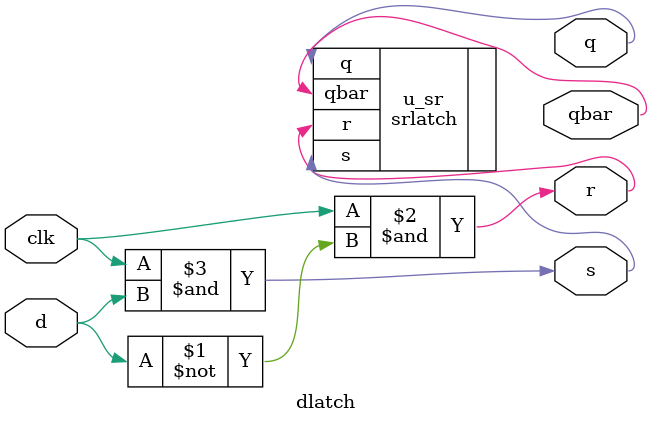
<source format=v>
`timescale 1ns / 1ps


module dlatch(
    input clk,d,
    output q,qbar,r,s
    );
    assign r = clk & ~d;
    assign s = clk & d;
    srlatch u_sr(.r(r),.s(s),.q(q),.qbar(qbar));
endmodule

</source>
